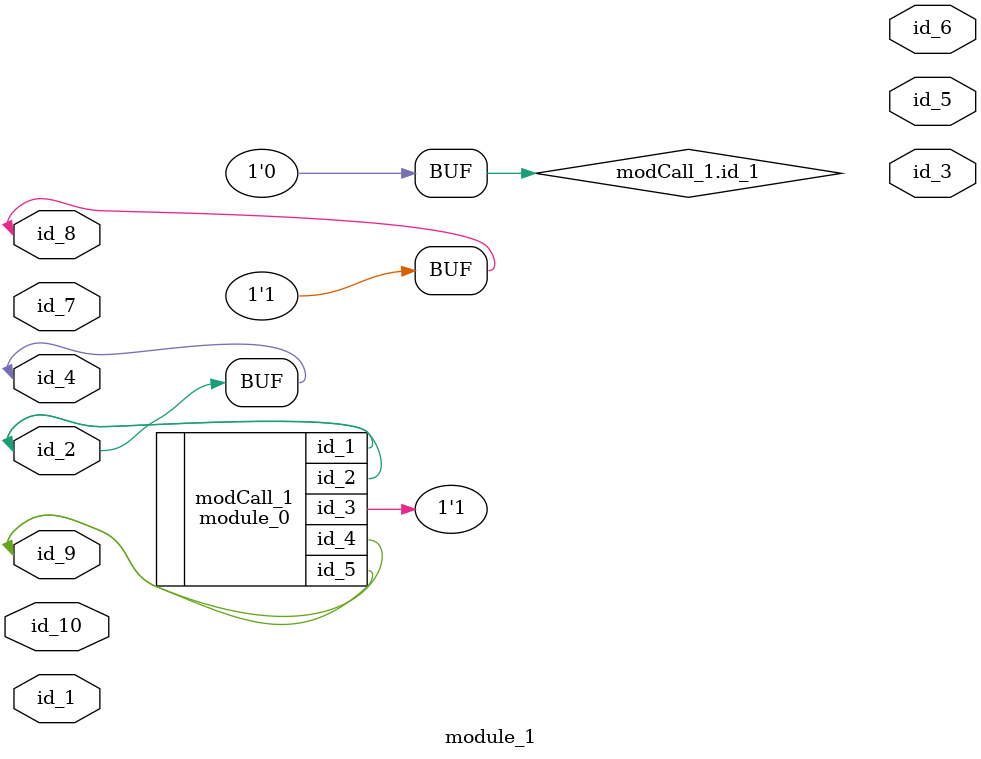
<source format=v>
module module_0 (
    id_1,
    id_2,
    id_3,
    id_4,
    id_5
);
  inout wire id_5;
  inout wire id_4;
  inout wire id_3;
  inout wire id_2;
  inout wire id_1;
  assign id_4 = -1'b0;
  assign {-1, ~1, id_1, !id_4} = id_1;
  assign id_2 = id_5;
endmodule
module module_1 (
    id_1,
    id_2,
    id_3,
    id_4,
    id_5,
    id_6,
    id_7,
    id_8,
    id_9,
    id_10
);
  input wire id_10;
  inout wire id_9;
  inout wire id_8;
  inout wire id_7;
  output wire id_6;
  output wire id_5;
  inout wire id_4;
  output wire id_3;
  inout wire id_2;
  input wire id_1;
  assign id_2 = id_4;
  module_0 modCall_1 (
      id_2,
      id_2,
      id_8,
      id_9,
      id_9
  );
  assign modCall_1.id_1 = 0;
  assign id_8 = 1;
  wire id_11, id_12;
  parameter id_13 = id_10;
  genvar id_14;
endmodule

</source>
